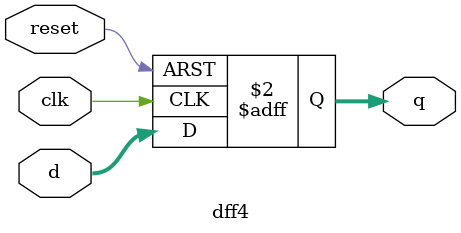
<source format=v>
module dff4(clk, reset, d, q);
	
	input clk, reset; 
	input [3:0] d;
	output reg [3:0] q;
	
	always @ (posedge clk or posedge reset)
		if (reset) q = 0;
		else q = d;
	
endmodule
</source>
